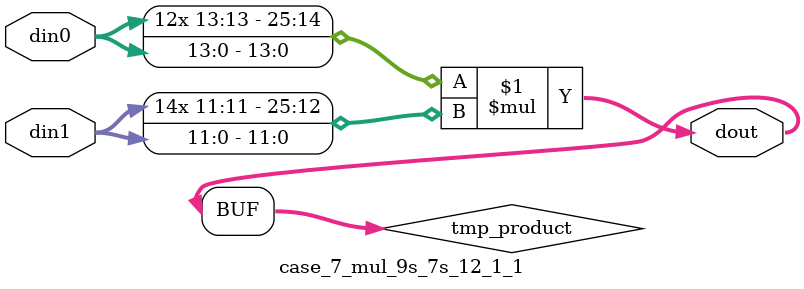
<source format=v>

`timescale 1 ns / 1 ps

 module case_7_mul_9s_7s_12_1_1(din0, din1, dout);
parameter ID = 1;
parameter NUM_STAGE = 0;
parameter din0_WIDTH = 14;
parameter din1_WIDTH = 12;
parameter dout_WIDTH = 26;

input [din0_WIDTH - 1 : 0] din0; 
input [din1_WIDTH - 1 : 0] din1; 
output [dout_WIDTH - 1 : 0] dout;

wire signed [dout_WIDTH - 1 : 0] tmp_product;



























assign tmp_product = $signed(din0) * $signed(din1);








assign dout = tmp_product;





















endmodule

</source>
